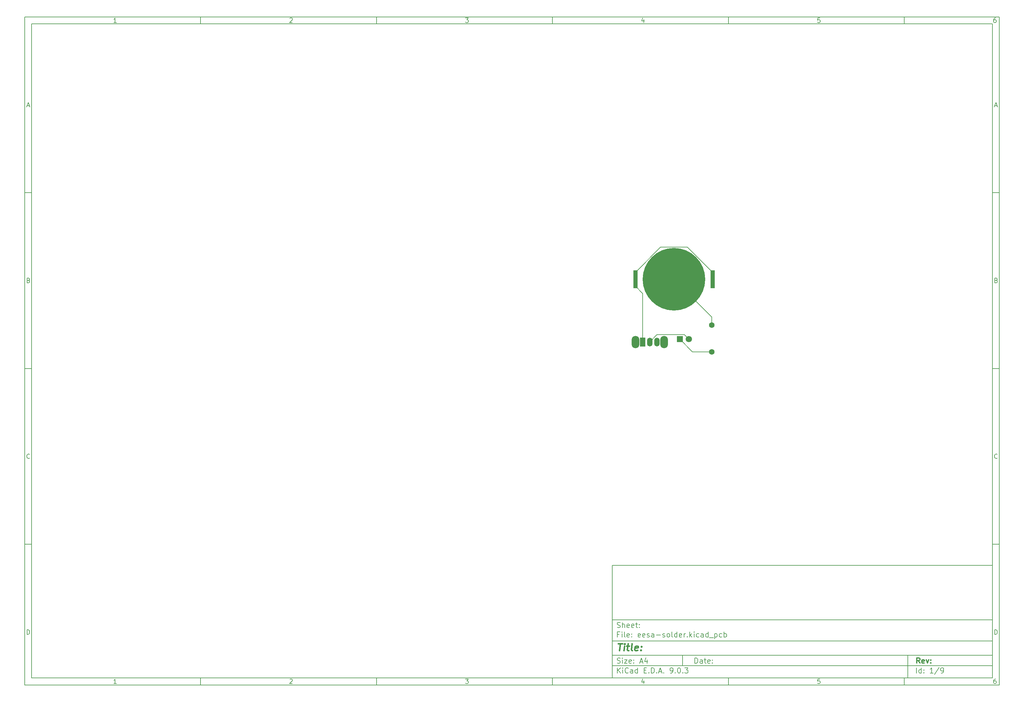
<source format=gbr>
%TF.GenerationSoftware,KiCad,Pcbnew,9.0.3*%
%TF.CreationDate,2025-07-28T16:08:29-05:00*%
%TF.ProjectId,eesa-solder,65657361-2d73-46f6-9c64-65722e6b6963,rev?*%
%TF.SameCoordinates,Original*%
%TF.FileFunction,Copper,L1,Top*%
%TF.FilePolarity,Positive*%
%FSLAX46Y46*%
G04 Gerber Fmt 4.6, Leading zero omitted, Abs format (unit mm)*
G04 Created by KiCad (PCBNEW 9.0.3) date 2025-07-28 16:08:29*
%MOMM*%
%LPD*%
G01*
G04 APERTURE LIST*
%ADD10C,0.100000*%
%ADD11C,0.150000*%
%ADD12C,0.300000*%
%ADD13C,0.400000*%
%TA.AperFunction,ComponentPad*%
%ADD14C,1.600000*%
%TD*%
%TA.AperFunction,ComponentPad*%
%ADD15R,1.800000X1.800000*%
%TD*%
%TA.AperFunction,ComponentPad*%
%ADD16C,1.800000*%
%TD*%
%TA.AperFunction,ComponentPad*%
%ADD17O,2.200000X3.500000*%
%TD*%
%TA.AperFunction,ComponentPad*%
%ADD18R,1.500000X2.500000*%
%TD*%
%TA.AperFunction,ComponentPad*%
%ADD19O,1.500000X2.500000*%
%TD*%
%TA.AperFunction,SMDPad,CuDef*%
%ADD20R,1.270000X5.080000*%
%TD*%
%TA.AperFunction,SMDPad,CuDef*%
%ADD21C,17.800000*%
%TD*%
%TA.AperFunction,Conductor*%
%ADD22C,0.200000*%
%TD*%
G04 APERTURE END LIST*
D10*
D11*
X177002200Y-166007200D02*
X285002200Y-166007200D01*
X285002200Y-198007200D01*
X177002200Y-198007200D01*
X177002200Y-166007200D01*
D10*
D11*
X10000000Y-10000000D02*
X287002200Y-10000000D01*
X287002200Y-200007200D01*
X10000000Y-200007200D01*
X10000000Y-10000000D01*
D10*
D11*
X12000000Y-12000000D02*
X285002200Y-12000000D01*
X285002200Y-198007200D01*
X12000000Y-198007200D01*
X12000000Y-12000000D01*
D10*
D11*
X60000000Y-12000000D02*
X60000000Y-10000000D01*
D10*
D11*
X110000000Y-12000000D02*
X110000000Y-10000000D01*
D10*
D11*
X160000000Y-12000000D02*
X160000000Y-10000000D01*
D10*
D11*
X210000000Y-12000000D02*
X210000000Y-10000000D01*
D10*
D11*
X260000000Y-12000000D02*
X260000000Y-10000000D01*
D10*
D11*
X36089160Y-11593604D02*
X35346303Y-11593604D01*
X35717731Y-11593604D02*
X35717731Y-10293604D01*
X35717731Y-10293604D02*
X35593922Y-10479319D01*
X35593922Y-10479319D02*
X35470112Y-10603128D01*
X35470112Y-10603128D02*
X35346303Y-10665033D01*
D10*
D11*
X85346303Y-10417414D02*
X85408207Y-10355509D01*
X85408207Y-10355509D02*
X85532017Y-10293604D01*
X85532017Y-10293604D02*
X85841541Y-10293604D01*
X85841541Y-10293604D02*
X85965350Y-10355509D01*
X85965350Y-10355509D02*
X86027255Y-10417414D01*
X86027255Y-10417414D02*
X86089160Y-10541223D01*
X86089160Y-10541223D02*
X86089160Y-10665033D01*
X86089160Y-10665033D02*
X86027255Y-10850747D01*
X86027255Y-10850747D02*
X85284398Y-11593604D01*
X85284398Y-11593604D02*
X86089160Y-11593604D01*
D10*
D11*
X135284398Y-10293604D02*
X136089160Y-10293604D01*
X136089160Y-10293604D02*
X135655826Y-10788842D01*
X135655826Y-10788842D02*
X135841541Y-10788842D01*
X135841541Y-10788842D02*
X135965350Y-10850747D01*
X135965350Y-10850747D02*
X136027255Y-10912652D01*
X136027255Y-10912652D02*
X136089160Y-11036461D01*
X136089160Y-11036461D02*
X136089160Y-11345985D01*
X136089160Y-11345985D02*
X136027255Y-11469795D01*
X136027255Y-11469795D02*
X135965350Y-11531700D01*
X135965350Y-11531700D02*
X135841541Y-11593604D01*
X135841541Y-11593604D02*
X135470112Y-11593604D01*
X135470112Y-11593604D02*
X135346303Y-11531700D01*
X135346303Y-11531700D02*
X135284398Y-11469795D01*
D10*
D11*
X185965350Y-10726938D02*
X185965350Y-11593604D01*
X185655826Y-10231700D02*
X185346303Y-11160271D01*
X185346303Y-11160271D02*
X186151064Y-11160271D01*
D10*
D11*
X236027255Y-10293604D02*
X235408207Y-10293604D01*
X235408207Y-10293604D02*
X235346303Y-10912652D01*
X235346303Y-10912652D02*
X235408207Y-10850747D01*
X235408207Y-10850747D02*
X235532017Y-10788842D01*
X235532017Y-10788842D02*
X235841541Y-10788842D01*
X235841541Y-10788842D02*
X235965350Y-10850747D01*
X235965350Y-10850747D02*
X236027255Y-10912652D01*
X236027255Y-10912652D02*
X236089160Y-11036461D01*
X236089160Y-11036461D02*
X236089160Y-11345985D01*
X236089160Y-11345985D02*
X236027255Y-11469795D01*
X236027255Y-11469795D02*
X235965350Y-11531700D01*
X235965350Y-11531700D02*
X235841541Y-11593604D01*
X235841541Y-11593604D02*
X235532017Y-11593604D01*
X235532017Y-11593604D02*
X235408207Y-11531700D01*
X235408207Y-11531700D02*
X235346303Y-11469795D01*
D10*
D11*
X285965350Y-10293604D02*
X285717731Y-10293604D01*
X285717731Y-10293604D02*
X285593922Y-10355509D01*
X285593922Y-10355509D02*
X285532017Y-10417414D01*
X285532017Y-10417414D02*
X285408207Y-10603128D01*
X285408207Y-10603128D02*
X285346303Y-10850747D01*
X285346303Y-10850747D02*
X285346303Y-11345985D01*
X285346303Y-11345985D02*
X285408207Y-11469795D01*
X285408207Y-11469795D02*
X285470112Y-11531700D01*
X285470112Y-11531700D02*
X285593922Y-11593604D01*
X285593922Y-11593604D02*
X285841541Y-11593604D01*
X285841541Y-11593604D02*
X285965350Y-11531700D01*
X285965350Y-11531700D02*
X286027255Y-11469795D01*
X286027255Y-11469795D02*
X286089160Y-11345985D01*
X286089160Y-11345985D02*
X286089160Y-11036461D01*
X286089160Y-11036461D02*
X286027255Y-10912652D01*
X286027255Y-10912652D02*
X285965350Y-10850747D01*
X285965350Y-10850747D02*
X285841541Y-10788842D01*
X285841541Y-10788842D02*
X285593922Y-10788842D01*
X285593922Y-10788842D02*
X285470112Y-10850747D01*
X285470112Y-10850747D02*
X285408207Y-10912652D01*
X285408207Y-10912652D02*
X285346303Y-11036461D01*
D10*
D11*
X60000000Y-198007200D02*
X60000000Y-200007200D01*
D10*
D11*
X110000000Y-198007200D02*
X110000000Y-200007200D01*
D10*
D11*
X160000000Y-198007200D02*
X160000000Y-200007200D01*
D10*
D11*
X210000000Y-198007200D02*
X210000000Y-200007200D01*
D10*
D11*
X260000000Y-198007200D02*
X260000000Y-200007200D01*
D10*
D11*
X36089160Y-199600804D02*
X35346303Y-199600804D01*
X35717731Y-199600804D02*
X35717731Y-198300804D01*
X35717731Y-198300804D02*
X35593922Y-198486519D01*
X35593922Y-198486519D02*
X35470112Y-198610328D01*
X35470112Y-198610328D02*
X35346303Y-198672233D01*
D10*
D11*
X85346303Y-198424614D02*
X85408207Y-198362709D01*
X85408207Y-198362709D02*
X85532017Y-198300804D01*
X85532017Y-198300804D02*
X85841541Y-198300804D01*
X85841541Y-198300804D02*
X85965350Y-198362709D01*
X85965350Y-198362709D02*
X86027255Y-198424614D01*
X86027255Y-198424614D02*
X86089160Y-198548423D01*
X86089160Y-198548423D02*
X86089160Y-198672233D01*
X86089160Y-198672233D02*
X86027255Y-198857947D01*
X86027255Y-198857947D02*
X85284398Y-199600804D01*
X85284398Y-199600804D02*
X86089160Y-199600804D01*
D10*
D11*
X135284398Y-198300804D02*
X136089160Y-198300804D01*
X136089160Y-198300804D02*
X135655826Y-198796042D01*
X135655826Y-198796042D02*
X135841541Y-198796042D01*
X135841541Y-198796042D02*
X135965350Y-198857947D01*
X135965350Y-198857947D02*
X136027255Y-198919852D01*
X136027255Y-198919852D02*
X136089160Y-199043661D01*
X136089160Y-199043661D02*
X136089160Y-199353185D01*
X136089160Y-199353185D02*
X136027255Y-199476995D01*
X136027255Y-199476995D02*
X135965350Y-199538900D01*
X135965350Y-199538900D02*
X135841541Y-199600804D01*
X135841541Y-199600804D02*
X135470112Y-199600804D01*
X135470112Y-199600804D02*
X135346303Y-199538900D01*
X135346303Y-199538900D02*
X135284398Y-199476995D01*
D10*
D11*
X185965350Y-198734138D02*
X185965350Y-199600804D01*
X185655826Y-198238900D02*
X185346303Y-199167471D01*
X185346303Y-199167471D02*
X186151064Y-199167471D01*
D10*
D11*
X236027255Y-198300804D02*
X235408207Y-198300804D01*
X235408207Y-198300804D02*
X235346303Y-198919852D01*
X235346303Y-198919852D02*
X235408207Y-198857947D01*
X235408207Y-198857947D02*
X235532017Y-198796042D01*
X235532017Y-198796042D02*
X235841541Y-198796042D01*
X235841541Y-198796042D02*
X235965350Y-198857947D01*
X235965350Y-198857947D02*
X236027255Y-198919852D01*
X236027255Y-198919852D02*
X236089160Y-199043661D01*
X236089160Y-199043661D02*
X236089160Y-199353185D01*
X236089160Y-199353185D02*
X236027255Y-199476995D01*
X236027255Y-199476995D02*
X235965350Y-199538900D01*
X235965350Y-199538900D02*
X235841541Y-199600804D01*
X235841541Y-199600804D02*
X235532017Y-199600804D01*
X235532017Y-199600804D02*
X235408207Y-199538900D01*
X235408207Y-199538900D02*
X235346303Y-199476995D01*
D10*
D11*
X285965350Y-198300804D02*
X285717731Y-198300804D01*
X285717731Y-198300804D02*
X285593922Y-198362709D01*
X285593922Y-198362709D02*
X285532017Y-198424614D01*
X285532017Y-198424614D02*
X285408207Y-198610328D01*
X285408207Y-198610328D02*
X285346303Y-198857947D01*
X285346303Y-198857947D02*
X285346303Y-199353185D01*
X285346303Y-199353185D02*
X285408207Y-199476995D01*
X285408207Y-199476995D02*
X285470112Y-199538900D01*
X285470112Y-199538900D02*
X285593922Y-199600804D01*
X285593922Y-199600804D02*
X285841541Y-199600804D01*
X285841541Y-199600804D02*
X285965350Y-199538900D01*
X285965350Y-199538900D02*
X286027255Y-199476995D01*
X286027255Y-199476995D02*
X286089160Y-199353185D01*
X286089160Y-199353185D02*
X286089160Y-199043661D01*
X286089160Y-199043661D02*
X286027255Y-198919852D01*
X286027255Y-198919852D02*
X285965350Y-198857947D01*
X285965350Y-198857947D02*
X285841541Y-198796042D01*
X285841541Y-198796042D02*
X285593922Y-198796042D01*
X285593922Y-198796042D02*
X285470112Y-198857947D01*
X285470112Y-198857947D02*
X285408207Y-198919852D01*
X285408207Y-198919852D02*
X285346303Y-199043661D01*
D10*
D11*
X10000000Y-60000000D02*
X12000000Y-60000000D01*
D10*
D11*
X10000000Y-110000000D02*
X12000000Y-110000000D01*
D10*
D11*
X10000000Y-160000000D02*
X12000000Y-160000000D01*
D10*
D11*
X10690476Y-35222176D02*
X11309523Y-35222176D01*
X10566666Y-35593604D02*
X10999999Y-34293604D01*
X10999999Y-34293604D02*
X11433333Y-35593604D01*
D10*
D11*
X11092857Y-84912652D02*
X11278571Y-84974557D01*
X11278571Y-84974557D02*
X11340476Y-85036461D01*
X11340476Y-85036461D02*
X11402380Y-85160271D01*
X11402380Y-85160271D02*
X11402380Y-85345985D01*
X11402380Y-85345985D02*
X11340476Y-85469795D01*
X11340476Y-85469795D02*
X11278571Y-85531700D01*
X11278571Y-85531700D02*
X11154761Y-85593604D01*
X11154761Y-85593604D02*
X10659523Y-85593604D01*
X10659523Y-85593604D02*
X10659523Y-84293604D01*
X10659523Y-84293604D02*
X11092857Y-84293604D01*
X11092857Y-84293604D02*
X11216666Y-84355509D01*
X11216666Y-84355509D02*
X11278571Y-84417414D01*
X11278571Y-84417414D02*
X11340476Y-84541223D01*
X11340476Y-84541223D02*
X11340476Y-84665033D01*
X11340476Y-84665033D02*
X11278571Y-84788842D01*
X11278571Y-84788842D02*
X11216666Y-84850747D01*
X11216666Y-84850747D02*
X11092857Y-84912652D01*
X11092857Y-84912652D02*
X10659523Y-84912652D01*
D10*
D11*
X11402380Y-135469795D02*
X11340476Y-135531700D01*
X11340476Y-135531700D02*
X11154761Y-135593604D01*
X11154761Y-135593604D02*
X11030952Y-135593604D01*
X11030952Y-135593604D02*
X10845238Y-135531700D01*
X10845238Y-135531700D02*
X10721428Y-135407890D01*
X10721428Y-135407890D02*
X10659523Y-135284080D01*
X10659523Y-135284080D02*
X10597619Y-135036461D01*
X10597619Y-135036461D02*
X10597619Y-134850747D01*
X10597619Y-134850747D02*
X10659523Y-134603128D01*
X10659523Y-134603128D02*
X10721428Y-134479319D01*
X10721428Y-134479319D02*
X10845238Y-134355509D01*
X10845238Y-134355509D02*
X11030952Y-134293604D01*
X11030952Y-134293604D02*
X11154761Y-134293604D01*
X11154761Y-134293604D02*
X11340476Y-134355509D01*
X11340476Y-134355509D02*
X11402380Y-134417414D01*
D10*
D11*
X10659523Y-185593604D02*
X10659523Y-184293604D01*
X10659523Y-184293604D02*
X10969047Y-184293604D01*
X10969047Y-184293604D02*
X11154761Y-184355509D01*
X11154761Y-184355509D02*
X11278571Y-184479319D01*
X11278571Y-184479319D02*
X11340476Y-184603128D01*
X11340476Y-184603128D02*
X11402380Y-184850747D01*
X11402380Y-184850747D02*
X11402380Y-185036461D01*
X11402380Y-185036461D02*
X11340476Y-185284080D01*
X11340476Y-185284080D02*
X11278571Y-185407890D01*
X11278571Y-185407890D02*
X11154761Y-185531700D01*
X11154761Y-185531700D02*
X10969047Y-185593604D01*
X10969047Y-185593604D02*
X10659523Y-185593604D01*
D10*
D11*
X287002200Y-60000000D02*
X285002200Y-60000000D01*
D10*
D11*
X287002200Y-110000000D02*
X285002200Y-110000000D01*
D10*
D11*
X287002200Y-160000000D02*
X285002200Y-160000000D01*
D10*
D11*
X285692676Y-35222176D02*
X286311723Y-35222176D01*
X285568866Y-35593604D02*
X286002199Y-34293604D01*
X286002199Y-34293604D02*
X286435533Y-35593604D01*
D10*
D11*
X286095057Y-84912652D02*
X286280771Y-84974557D01*
X286280771Y-84974557D02*
X286342676Y-85036461D01*
X286342676Y-85036461D02*
X286404580Y-85160271D01*
X286404580Y-85160271D02*
X286404580Y-85345985D01*
X286404580Y-85345985D02*
X286342676Y-85469795D01*
X286342676Y-85469795D02*
X286280771Y-85531700D01*
X286280771Y-85531700D02*
X286156961Y-85593604D01*
X286156961Y-85593604D02*
X285661723Y-85593604D01*
X285661723Y-85593604D02*
X285661723Y-84293604D01*
X285661723Y-84293604D02*
X286095057Y-84293604D01*
X286095057Y-84293604D02*
X286218866Y-84355509D01*
X286218866Y-84355509D02*
X286280771Y-84417414D01*
X286280771Y-84417414D02*
X286342676Y-84541223D01*
X286342676Y-84541223D02*
X286342676Y-84665033D01*
X286342676Y-84665033D02*
X286280771Y-84788842D01*
X286280771Y-84788842D02*
X286218866Y-84850747D01*
X286218866Y-84850747D02*
X286095057Y-84912652D01*
X286095057Y-84912652D02*
X285661723Y-84912652D01*
D10*
D11*
X286404580Y-135469795D02*
X286342676Y-135531700D01*
X286342676Y-135531700D02*
X286156961Y-135593604D01*
X286156961Y-135593604D02*
X286033152Y-135593604D01*
X286033152Y-135593604D02*
X285847438Y-135531700D01*
X285847438Y-135531700D02*
X285723628Y-135407890D01*
X285723628Y-135407890D02*
X285661723Y-135284080D01*
X285661723Y-135284080D02*
X285599819Y-135036461D01*
X285599819Y-135036461D02*
X285599819Y-134850747D01*
X285599819Y-134850747D02*
X285661723Y-134603128D01*
X285661723Y-134603128D02*
X285723628Y-134479319D01*
X285723628Y-134479319D02*
X285847438Y-134355509D01*
X285847438Y-134355509D02*
X286033152Y-134293604D01*
X286033152Y-134293604D02*
X286156961Y-134293604D01*
X286156961Y-134293604D02*
X286342676Y-134355509D01*
X286342676Y-134355509D02*
X286404580Y-134417414D01*
D10*
D11*
X285661723Y-185593604D02*
X285661723Y-184293604D01*
X285661723Y-184293604D02*
X285971247Y-184293604D01*
X285971247Y-184293604D02*
X286156961Y-184355509D01*
X286156961Y-184355509D02*
X286280771Y-184479319D01*
X286280771Y-184479319D02*
X286342676Y-184603128D01*
X286342676Y-184603128D02*
X286404580Y-184850747D01*
X286404580Y-184850747D02*
X286404580Y-185036461D01*
X286404580Y-185036461D02*
X286342676Y-185284080D01*
X286342676Y-185284080D02*
X286280771Y-185407890D01*
X286280771Y-185407890D02*
X286156961Y-185531700D01*
X286156961Y-185531700D02*
X285971247Y-185593604D01*
X285971247Y-185593604D02*
X285661723Y-185593604D01*
D10*
D11*
X200458026Y-193793328D02*
X200458026Y-192293328D01*
X200458026Y-192293328D02*
X200815169Y-192293328D01*
X200815169Y-192293328D02*
X201029455Y-192364757D01*
X201029455Y-192364757D02*
X201172312Y-192507614D01*
X201172312Y-192507614D02*
X201243741Y-192650471D01*
X201243741Y-192650471D02*
X201315169Y-192936185D01*
X201315169Y-192936185D02*
X201315169Y-193150471D01*
X201315169Y-193150471D02*
X201243741Y-193436185D01*
X201243741Y-193436185D02*
X201172312Y-193579042D01*
X201172312Y-193579042D02*
X201029455Y-193721900D01*
X201029455Y-193721900D02*
X200815169Y-193793328D01*
X200815169Y-193793328D02*
X200458026Y-193793328D01*
X202600884Y-193793328D02*
X202600884Y-193007614D01*
X202600884Y-193007614D02*
X202529455Y-192864757D01*
X202529455Y-192864757D02*
X202386598Y-192793328D01*
X202386598Y-192793328D02*
X202100884Y-192793328D01*
X202100884Y-192793328D02*
X201958026Y-192864757D01*
X202600884Y-193721900D02*
X202458026Y-193793328D01*
X202458026Y-193793328D02*
X202100884Y-193793328D01*
X202100884Y-193793328D02*
X201958026Y-193721900D01*
X201958026Y-193721900D02*
X201886598Y-193579042D01*
X201886598Y-193579042D02*
X201886598Y-193436185D01*
X201886598Y-193436185D02*
X201958026Y-193293328D01*
X201958026Y-193293328D02*
X202100884Y-193221900D01*
X202100884Y-193221900D02*
X202458026Y-193221900D01*
X202458026Y-193221900D02*
X202600884Y-193150471D01*
X203100884Y-192793328D02*
X203672312Y-192793328D01*
X203315169Y-192293328D02*
X203315169Y-193579042D01*
X203315169Y-193579042D02*
X203386598Y-193721900D01*
X203386598Y-193721900D02*
X203529455Y-193793328D01*
X203529455Y-193793328D02*
X203672312Y-193793328D01*
X204743741Y-193721900D02*
X204600884Y-193793328D01*
X204600884Y-193793328D02*
X204315170Y-193793328D01*
X204315170Y-193793328D02*
X204172312Y-193721900D01*
X204172312Y-193721900D02*
X204100884Y-193579042D01*
X204100884Y-193579042D02*
X204100884Y-193007614D01*
X204100884Y-193007614D02*
X204172312Y-192864757D01*
X204172312Y-192864757D02*
X204315170Y-192793328D01*
X204315170Y-192793328D02*
X204600884Y-192793328D01*
X204600884Y-192793328D02*
X204743741Y-192864757D01*
X204743741Y-192864757D02*
X204815170Y-193007614D01*
X204815170Y-193007614D02*
X204815170Y-193150471D01*
X204815170Y-193150471D02*
X204100884Y-193293328D01*
X205458026Y-193650471D02*
X205529455Y-193721900D01*
X205529455Y-193721900D02*
X205458026Y-193793328D01*
X205458026Y-193793328D02*
X205386598Y-193721900D01*
X205386598Y-193721900D02*
X205458026Y-193650471D01*
X205458026Y-193650471D02*
X205458026Y-193793328D01*
X205458026Y-192864757D02*
X205529455Y-192936185D01*
X205529455Y-192936185D02*
X205458026Y-193007614D01*
X205458026Y-193007614D02*
X205386598Y-192936185D01*
X205386598Y-192936185D02*
X205458026Y-192864757D01*
X205458026Y-192864757D02*
X205458026Y-193007614D01*
D10*
D11*
X177002200Y-194507200D02*
X285002200Y-194507200D01*
D10*
D11*
X178458026Y-196593328D02*
X178458026Y-195093328D01*
X179315169Y-196593328D02*
X178672312Y-195736185D01*
X179315169Y-195093328D02*
X178458026Y-195950471D01*
X179958026Y-196593328D02*
X179958026Y-195593328D01*
X179958026Y-195093328D02*
X179886598Y-195164757D01*
X179886598Y-195164757D02*
X179958026Y-195236185D01*
X179958026Y-195236185D02*
X180029455Y-195164757D01*
X180029455Y-195164757D02*
X179958026Y-195093328D01*
X179958026Y-195093328D02*
X179958026Y-195236185D01*
X181529455Y-196450471D02*
X181458027Y-196521900D01*
X181458027Y-196521900D02*
X181243741Y-196593328D01*
X181243741Y-196593328D02*
X181100884Y-196593328D01*
X181100884Y-196593328D02*
X180886598Y-196521900D01*
X180886598Y-196521900D02*
X180743741Y-196379042D01*
X180743741Y-196379042D02*
X180672312Y-196236185D01*
X180672312Y-196236185D02*
X180600884Y-195950471D01*
X180600884Y-195950471D02*
X180600884Y-195736185D01*
X180600884Y-195736185D02*
X180672312Y-195450471D01*
X180672312Y-195450471D02*
X180743741Y-195307614D01*
X180743741Y-195307614D02*
X180886598Y-195164757D01*
X180886598Y-195164757D02*
X181100884Y-195093328D01*
X181100884Y-195093328D02*
X181243741Y-195093328D01*
X181243741Y-195093328D02*
X181458027Y-195164757D01*
X181458027Y-195164757D02*
X181529455Y-195236185D01*
X182815170Y-196593328D02*
X182815170Y-195807614D01*
X182815170Y-195807614D02*
X182743741Y-195664757D01*
X182743741Y-195664757D02*
X182600884Y-195593328D01*
X182600884Y-195593328D02*
X182315170Y-195593328D01*
X182315170Y-195593328D02*
X182172312Y-195664757D01*
X182815170Y-196521900D02*
X182672312Y-196593328D01*
X182672312Y-196593328D02*
X182315170Y-196593328D01*
X182315170Y-196593328D02*
X182172312Y-196521900D01*
X182172312Y-196521900D02*
X182100884Y-196379042D01*
X182100884Y-196379042D02*
X182100884Y-196236185D01*
X182100884Y-196236185D02*
X182172312Y-196093328D01*
X182172312Y-196093328D02*
X182315170Y-196021900D01*
X182315170Y-196021900D02*
X182672312Y-196021900D01*
X182672312Y-196021900D02*
X182815170Y-195950471D01*
X184172313Y-196593328D02*
X184172313Y-195093328D01*
X184172313Y-196521900D02*
X184029455Y-196593328D01*
X184029455Y-196593328D02*
X183743741Y-196593328D01*
X183743741Y-196593328D02*
X183600884Y-196521900D01*
X183600884Y-196521900D02*
X183529455Y-196450471D01*
X183529455Y-196450471D02*
X183458027Y-196307614D01*
X183458027Y-196307614D02*
X183458027Y-195879042D01*
X183458027Y-195879042D02*
X183529455Y-195736185D01*
X183529455Y-195736185D02*
X183600884Y-195664757D01*
X183600884Y-195664757D02*
X183743741Y-195593328D01*
X183743741Y-195593328D02*
X184029455Y-195593328D01*
X184029455Y-195593328D02*
X184172313Y-195664757D01*
X186029455Y-195807614D02*
X186529455Y-195807614D01*
X186743741Y-196593328D02*
X186029455Y-196593328D01*
X186029455Y-196593328D02*
X186029455Y-195093328D01*
X186029455Y-195093328D02*
X186743741Y-195093328D01*
X187386598Y-196450471D02*
X187458027Y-196521900D01*
X187458027Y-196521900D02*
X187386598Y-196593328D01*
X187386598Y-196593328D02*
X187315170Y-196521900D01*
X187315170Y-196521900D02*
X187386598Y-196450471D01*
X187386598Y-196450471D02*
X187386598Y-196593328D01*
X188100884Y-196593328D02*
X188100884Y-195093328D01*
X188100884Y-195093328D02*
X188458027Y-195093328D01*
X188458027Y-195093328D02*
X188672313Y-195164757D01*
X188672313Y-195164757D02*
X188815170Y-195307614D01*
X188815170Y-195307614D02*
X188886599Y-195450471D01*
X188886599Y-195450471D02*
X188958027Y-195736185D01*
X188958027Y-195736185D02*
X188958027Y-195950471D01*
X188958027Y-195950471D02*
X188886599Y-196236185D01*
X188886599Y-196236185D02*
X188815170Y-196379042D01*
X188815170Y-196379042D02*
X188672313Y-196521900D01*
X188672313Y-196521900D02*
X188458027Y-196593328D01*
X188458027Y-196593328D02*
X188100884Y-196593328D01*
X189600884Y-196450471D02*
X189672313Y-196521900D01*
X189672313Y-196521900D02*
X189600884Y-196593328D01*
X189600884Y-196593328D02*
X189529456Y-196521900D01*
X189529456Y-196521900D02*
X189600884Y-196450471D01*
X189600884Y-196450471D02*
X189600884Y-196593328D01*
X190243742Y-196164757D02*
X190958028Y-196164757D01*
X190100885Y-196593328D02*
X190600885Y-195093328D01*
X190600885Y-195093328D02*
X191100885Y-196593328D01*
X191600884Y-196450471D02*
X191672313Y-196521900D01*
X191672313Y-196521900D02*
X191600884Y-196593328D01*
X191600884Y-196593328D02*
X191529456Y-196521900D01*
X191529456Y-196521900D02*
X191600884Y-196450471D01*
X191600884Y-196450471D02*
X191600884Y-196593328D01*
X193529456Y-196593328D02*
X193815170Y-196593328D01*
X193815170Y-196593328D02*
X193958027Y-196521900D01*
X193958027Y-196521900D02*
X194029456Y-196450471D01*
X194029456Y-196450471D02*
X194172313Y-196236185D01*
X194172313Y-196236185D02*
X194243742Y-195950471D01*
X194243742Y-195950471D02*
X194243742Y-195379042D01*
X194243742Y-195379042D02*
X194172313Y-195236185D01*
X194172313Y-195236185D02*
X194100885Y-195164757D01*
X194100885Y-195164757D02*
X193958027Y-195093328D01*
X193958027Y-195093328D02*
X193672313Y-195093328D01*
X193672313Y-195093328D02*
X193529456Y-195164757D01*
X193529456Y-195164757D02*
X193458027Y-195236185D01*
X193458027Y-195236185D02*
X193386599Y-195379042D01*
X193386599Y-195379042D02*
X193386599Y-195736185D01*
X193386599Y-195736185D02*
X193458027Y-195879042D01*
X193458027Y-195879042D02*
X193529456Y-195950471D01*
X193529456Y-195950471D02*
X193672313Y-196021900D01*
X193672313Y-196021900D02*
X193958027Y-196021900D01*
X193958027Y-196021900D02*
X194100885Y-195950471D01*
X194100885Y-195950471D02*
X194172313Y-195879042D01*
X194172313Y-195879042D02*
X194243742Y-195736185D01*
X194886598Y-196450471D02*
X194958027Y-196521900D01*
X194958027Y-196521900D02*
X194886598Y-196593328D01*
X194886598Y-196593328D02*
X194815170Y-196521900D01*
X194815170Y-196521900D02*
X194886598Y-196450471D01*
X194886598Y-196450471D02*
X194886598Y-196593328D01*
X195886599Y-195093328D02*
X196029456Y-195093328D01*
X196029456Y-195093328D02*
X196172313Y-195164757D01*
X196172313Y-195164757D02*
X196243742Y-195236185D01*
X196243742Y-195236185D02*
X196315170Y-195379042D01*
X196315170Y-195379042D02*
X196386599Y-195664757D01*
X196386599Y-195664757D02*
X196386599Y-196021900D01*
X196386599Y-196021900D02*
X196315170Y-196307614D01*
X196315170Y-196307614D02*
X196243742Y-196450471D01*
X196243742Y-196450471D02*
X196172313Y-196521900D01*
X196172313Y-196521900D02*
X196029456Y-196593328D01*
X196029456Y-196593328D02*
X195886599Y-196593328D01*
X195886599Y-196593328D02*
X195743742Y-196521900D01*
X195743742Y-196521900D02*
X195672313Y-196450471D01*
X195672313Y-196450471D02*
X195600884Y-196307614D01*
X195600884Y-196307614D02*
X195529456Y-196021900D01*
X195529456Y-196021900D02*
X195529456Y-195664757D01*
X195529456Y-195664757D02*
X195600884Y-195379042D01*
X195600884Y-195379042D02*
X195672313Y-195236185D01*
X195672313Y-195236185D02*
X195743742Y-195164757D01*
X195743742Y-195164757D02*
X195886599Y-195093328D01*
X197029455Y-196450471D02*
X197100884Y-196521900D01*
X197100884Y-196521900D02*
X197029455Y-196593328D01*
X197029455Y-196593328D02*
X196958027Y-196521900D01*
X196958027Y-196521900D02*
X197029455Y-196450471D01*
X197029455Y-196450471D02*
X197029455Y-196593328D01*
X197600884Y-195093328D02*
X198529456Y-195093328D01*
X198529456Y-195093328D02*
X198029456Y-195664757D01*
X198029456Y-195664757D02*
X198243741Y-195664757D01*
X198243741Y-195664757D02*
X198386599Y-195736185D01*
X198386599Y-195736185D02*
X198458027Y-195807614D01*
X198458027Y-195807614D02*
X198529456Y-195950471D01*
X198529456Y-195950471D02*
X198529456Y-196307614D01*
X198529456Y-196307614D02*
X198458027Y-196450471D01*
X198458027Y-196450471D02*
X198386599Y-196521900D01*
X198386599Y-196521900D02*
X198243741Y-196593328D01*
X198243741Y-196593328D02*
X197815170Y-196593328D01*
X197815170Y-196593328D02*
X197672313Y-196521900D01*
X197672313Y-196521900D02*
X197600884Y-196450471D01*
D10*
D11*
X177002200Y-191507200D02*
X285002200Y-191507200D01*
D10*
D12*
X264413853Y-193785528D02*
X263913853Y-193071242D01*
X263556710Y-193785528D02*
X263556710Y-192285528D01*
X263556710Y-192285528D02*
X264128139Y-192285528D01*
X264128139Y-192285528D02*
X264270996Y-192356957D01*
X264270996Y-192356957D02*
X264342425Y-192428385D01*
X264342425Y-192428385D02*
X264413853Y-192571242D01*
X264413853Y-192571242D02*
X264413853Y-192785528D01*
X264413853Y-192785528D02*
X264342425Y-192928385D01*
X264342425Y-192928385D02*
X264270996Y-192999814D01*
X264270996Y-192999814D02*
X264128139Y-193071242D01*
X264128139Y-193071242D02*
X263556710Y-193071242D01*
X265628139Y-193714100D02*
X265485282Y-193785528D01*
X265485282Y-193785528D02*
X265199568Y-193785528D01*
X265199568Y-193785528D02*
X265056710Y-193714100D01*
X265056710Y-193714100D02*
X264985282Y-193571242D01*
X264985282Y-193571242D02*
X264985282Y-192999814D01*
X264985282Y-192999814D02*
X265056710Y-192856957D01*
X265056710Y-192856957D02*
X265199568Y-192785528D01*
X265199568Y-192785528D02*
X265485282Y-192785528D01*
X265485282Y-192785528D02*
X265628139Y-192856957D01*
X265628139Y-192856957D02*
X265699568Y-192999814D01*
X265699568Y-192999814D02*
X265699568Y-193142671D01*
X265699568Y-193142671D02*
X264985282Y-193285528D01*
X266199567Y-192785528D02*
X266556710Y-193785528D01*
X266556710Y-193785528D02*
X266913853Y-192785528D01*
X267485281Y-193642671D02*
X267556710Y-193714100D01*
X267556710Y-193714100D02*
X267485281Y-193785528D01*
X267485281Y-193785528D02*
X267413853Y-193714100D01*
X267413853Y-193714100D02*
X267485281Y-193642671D01*
X267485281Y-193642671D02*
X267485281Y-193785528D01*
X267485281Y-192856957D02*
X267556710Y-192928385D01*
X267556710Y-192928385D02*
X267485281Y-192999814D01*
X267485281Y-192999814D02*
X267413853Y-192928385D01*
X267413853Y-192928385D02*
X267485281Y-192856957D01*
X267485281Y-192856957D02*
X267485281Y-192999814D01*
D10*
D11*
X178386598Y-193721900D02*
X178600884Y-193793328D01*
X178600884Y-193793328D02*
X178958026Y-193793328D01*
X178958026Y-193793328D02*
X179100884Y-193721900D01*
X179100884Y-193721900D02*
X179172312Y-193650471D01*
X179172312Y-193650471D02*
X179243741Y-193507614D01*
X179243741Y-193507614D02*
X179243741Y-193364757D01*
X179243741Y-193364757D02*
X179172312Y-193221900D01*
X179172312Y-193221900D02*
X179100884Y-193150471D01*
X179100884Y-193150471D02*
X178958026Y-193079042D01*
X178958026Y-193079042D02*
X178672312Y-193007614D01*
X178672312Y-193007614D02*
X178529455Y-192936185D01*
X178529455Y-192936185D02*
X178458026Y-192864757D01*
X178458026Y-192864757D02*
X178386598Y-192721900D01*
X178386598Y-192721900D02*
X178386598Y-192579042D01*
X178386598Y-192579042D02*
X178458026Y-192436185D01*
X178458026Y-192436185D02*
X178529455Y-192364757D01*
X178529455Y-192364757D02*
X178672312Y-192293328D01*
X178672312Y-192293328D02*
X179029455Y-192293328D01*
X179029455Y-192293328D02*
X179243741Y-192364757D01*
X179886597Y-193793328D02*
X179886597Y-192793328D01*
X179886597Y-192293328D02*
X179815169Y-192364757D01*
X179815169Y-192364757D02*
X179886597Y-192436185D01*
X179886597Y-192436185D02*
X179958026Y-192364757D01*
X179958026Y-192364757D02*
X179886597Y-192293328D01*
X179886597Y-192293328D02*
X179886597Y-192436185D01*
X180458026Y-192793328D02*
X181243741Y-192793328D01*
X181243741Y-192793328D02*
X180458026Y-193793328D01*
X180458026Y-193793328D02*
X181243741Y-193793328D01*
X182386598Y-193721900D02*
X182243741Y-193793328D01*
X182243741Y-193793328D02*
X181958027Y-193793328D01*
X181958027Y-193793328D02*
X181815169Y-193721900D01*
X181815169Y-193721900D02*
X181743741Y-193579042D01*
X181743741Y-193579042D02*
X181743741Y-193007614D01*
X181743741Y-193007614D02*
X181815169Y-192864757D01*
X181815169Y-192864757D02*
X181958027Y-192793328D01*
X181958027Y-192793328D02*
X182243741Y-192793328D01*
X182243741Y-192793328D02*
X182386598Y-192864757D01*
X182386598Y-192864757D02*
X182458027Y-193007614D01*
X182458027Y-193007614D02*
X182458027Y-193150471D01*
X182458027Y-193150471D02*
X181743741Y-193293328D01*
X183100883Y-193650471D02*
X183172312Y-193721900D01*
X183172312Y-193721900D02*
X183100883Y-193793328D01*
X183100883Y-193793328D02*
X183029455Y-193721900D01*
X183029455Y-193721900D02*
X183100883Y-193650471D01*
X183100883Y-193650471D02*
X183100883Y-193793328D01*
X183100883Y-192864757D02*
X183172312Y-192936185D01*
X183172312Y-192936185D02*
X183100883Y-193007614D01*
X183100883Y-193007614D02*
X183029455Y-192936185D01*
X183029455Y-192936185D02*
X183100883Y-192864757D01*
X183100883Y-192864757D02*
X183100883Y-193007614D01*
X184886598Y-193364757D02*
X185600884Y-193364757D01*
X184743741Y-193793328D02*
X185243741Y-192293328D01*
X185243741Y-192293328D02*
X185743741Y-193793328D01*
X186886598Y-192793328D02*
X186886598Y-193793328D01*
X186529455Y-192221900D02*
X186172312Y-193293328D01*
X186172312Y-193293328D02*
X187100883Y-193293328D01*
D10*
D11*
X263458026Y-196593328D02*
X263458026Y-195093328D01*
X264815170Y-196593328D02*
X264815170Y-195093328D01*
X264815170Y-196521900D02*
X264672312Y-196593328D01*
X264672312Y-196593328D02*
X264386598Y-196593328D01*
X264386598Y-196593328D02*
X264243741Y-196521900D01*
X264243741Y-196521900D02*
X264172312Y-196450471D01*
X264172312Y-196450471D02*
X264100884Y-196307614D01*
X264100884Y-196307614D02*
X264100884Y-195879042D01*
X264100884Y-195879042D02*
X264172312Y-195736185D01*
X264172312Y-195736185D02*
X264243741Y-195664757D01*
X264243741Y-195664757D02*
X264386598Y-195593328D01*
X264386598Y-195593328D02*
X264672312Y-195593328D01*
X264672312Y-195593328D02*
X264815170Y-195664757D01*
X265529455Y-196450471D02*
X265600884Y-196521900D01*
X265600884Y-196521900D02*
X265529455Y-196593328D01*
X265529455Y-196593328D02*
X265458027Y-196521900D01*
X265458027Y-196521900D02*
X265529455Y-196450471D01*
X265529455Y-196450471D02*
X265529455Y-196593328D01*
X265529455Y-195664757D02*
X265600884Y-195736185D01*
X265600884Y-195736185D02*
X265529455Y-195807614D01*
X265529455Y-195807614D02*
X265458027Y-195736185D01*
X265458027Y-195736185D02*
X265529455Y-195664757D01*
X265529455Y-195664757D02*
X265529455Y-195807614D01*
X268172313Y-196593328D02*
X267315170Y-196593328D01*
X267743741Y-196593328D02*
X267743741Y-195093328D01*
X267743741Y-195093328D02*
X267600884Y-195307614D01*
X267600884Y-195307614D02*
X267458027Y-195450471D01*
X267458027Y-195450471D02*
X267315170Y-195521900D01*
X269886598Y-195021900D02*
X268600884Y-196950471D01*
X270458027Y-196593328D02*
X270743741Y-196593328D01*
X270743741Y-196593328D02*
X270886598Y-196521900D01*
X270886598Y-196521900D02*
X270958027Y-196450471D01*
X270958027Y-196450471D02*
X271100884Y-196236185D01*
X271100884Y-196236185D02*
X271172313Y-195950471D01*
X271172313Y-195950471D02*
X271172313Y-195379042D01*
X271172313Y-195379042D02*
X271100884Y-195236185D01*
X271100884Y-195236185D02*
X271029456Y-195164757D01*
X271029456Y-195164757D02*
X270886598Y-195093328D01*
X270886598Y-195093328D02*
X270600884Y-195093328D01*
X270600884Y-195093328D02*
X270458027Y-195164757D01*
X270458027Y-195164757D02*
X270386598Y-195236185D01*
X270386598Y-195236185D02*
X270315170Y-195379042D01*
X270315170Y-195379042D02*
X270315170Y-195736185D01*
X270315170Y-195736185D02*
X270386598Y-195879042D01*
X270386598Y-195879042D02*
X270458027Y-195950471D01*
X270458027Y-195950471D02*
X270600884Y-196021900D01*
X270600884Y-196021900D02*
X270886598Y-196021900D01*
X270886598Y-196021900D02*
X271029456Y-195950471D01*
X271029456Y-195950471D02*
X271100884Y-195879042D01*
X271100884Y-195879042D02*
X271172313Y-195736185D01*
D10*
D11*
X177002200Y-187507200D02*
X285002200Y-187507200D01*
D10*
D13*
X178693928Y-188211638D02*
X179836785Y-188211638D01*
X179015357Y-190211638D02*
X179265357Y-188211638D01*
X180253452Y-190211638D02*
X180420119Y-188878304D01*
X180503452Y-188211638D02*
X180396309Y-188306876D01*
X180396309Y-188306876D02*
X180479643Y-188402114D01*
X180479643Y-188402114D02*
X180586786Y-188306876D01*
X180586786Y-188306876D02*
X180503452Y-188211638D01*
X180503452Y-188211638D02*
X180479643Y-188402114D01*
X181086786Y-188878304D02*
X181848690Y-188878304D01*
X181455833Y-188211638D02*
X181241548Y-189925923D01*
X181241548Y-189925923D02*
X181312976Y-190116400D01*
X181312976Y-190116400D02*
X181491548Y-190211638D01*
X181491548Y-190211638D02*
X181682024Y-190211638D01*
X182634405Y-190211638D02*
X182455833Y-190116400D01*
X182455833Y-190116400D02*
X182384405Y-189925923D01*
X182384405Y-189925923D02*
X182598690Y-188211638D01*
X184170119Y-190116400D02*
X183967738Y-190211638D01*
X183967738Y-190211638D02*
X183586785Y-190211638D01*
X183586785Y-190211638D02*
X183408214Y-190116400D01*
X183408214Y-190116400D02*
X183336785Y-189925923D01*
X183336785Y-189925923D02*
X183432024Y-189164019D01*
X183432024Y-189164019D02*
X183551071Y-188973542D01*
X183551071Y-188973542D02*
X183753452Y-188878304D01*
X183753452Y-188878304D02*
X184134404Y-188878304D01*
X184134404Y-188878304D02*
X184312976Y-188973542D01*
X184312976Y-188973542D02*
X184384404Y-189164019D01*
X184384404Y-189164019D02*
X184360595Y-189354495D01*
X184360595Y-189354495D02*
X183384404Y-189544971D01*
X185134405Y-190021161D02*
X185217738Y-190116400D01*
X185217738Y-190116400D02*
X185110595Y-190211638D01*
X185110595Y-190211638D02*
X185027262Y-190116400D01*
X185027262Y-190116400D02*
X185134405Y-190021161D01*
X185134405Y-190021161D02*
X185110595Y-190211638D01*
X185265357Y-188973542D02*
X185348690Y-189068780D01*
X185348690Y-189068780D02*
X185241548Y-189164019D01*
X185241548Y-189164019D02*
X185158214Y-189068780D01*
X185158214Y-189068780D02*
X185265357Y-188973542D01*
X185265357Y-188973542D02*
X185241548Y-189164019D01*
D10*
D11*
X178958026Y-185607614D02*
X178458026Y-185607614D01*
X178458026Y-186393328D02*
X178458026Y-184893328D01*
X178458026Y-184893328D02*
X179172312Y-184893328D01*
X179743740Y-186393328D02*
X179743740Y-185393328D01*
X179743740Y-184893328D02*
X179672312Y-184964757D01*
X179672312Y-184964757D02*
X179743740Y-185036185D01*
X179743740Y-185036185D02*
X179815169Y-184964757D01*
X179815169Y-184964757D02*
X179743740Y-184893328D01*
X179743740Y-184893328D02*
X179743740Y-185036185D01*
X180672312Y-186393328D02*
X180529455Y-186321900D01*
X180529455Y-186321900D02*
X180458026Y-186179042D01*
X180458026Y-186179042D02*
X180458026Y-184893328D01*
X181815169Y-186321900D02*
X181672312Y-186393328D01*
X181672312Y-186393328D02*
X181386598Y-186393328D01*
X181386598Y-186393328D02*
X181243740Y-186321900D01*
X181243740Y-186321900D02*
X181172312Y-186179042D01*
X181172312Y-186179042D02*
X181172312Y-185607614D01*
X181172312Y-185607614D02*
X181243740Y-185464757D01*
X181243740Y-185464757D02*
X181386598Y-185393328D01*
X181386598Y-185393328D02*
X181672312Y-185393328D01*
X181672312Y-185393328D02*
X181815169Y-185464757D01*
X181815169Y-185464757D02*
X181886598Y-185607614D01*
X181886598Y-185607614D02*
X181886598Y-185750471D01*
X181886598Y-185750471D02*
X181172312Y-185893328D01*
X182529454Y-186250471D02*
X182600883Y-186321900D01*
X182600883Y-186321900D02*
X182529454Y-186393328D01*
X182529454Y-186393328D02*
X182458026Y-186321900D01*
X182458026Y-186321900D02*
X182529454Y-186250471D01*
X182529454Y-186250471D02*
X182529454Y-186393328D01*
X182529454Y-185464757D02*
X182600883Y-185536185D01*
X182600883Y-185536185D02*
X182529454Y-185607614D01*
X182529454Y-185607614D02*
X182458026Y-185536185D01*
X182458026Y-185536185D02*
X182529454Y-185464757D01*
X182529454Y-185464757D02*
X182529454Y-185607614D01*
X184958026Y-186321900D02*
X184815169Y-186393328D01*
X184815169Y-186393328D02*
X184529455Y-186393328D01*
X184529455Y-186393328D02*
X184386597Y-186321900D01*
X184386597Y-186321900D02*
X184315169Y-186179042D01*
X184315169Y-186179042D02*
X184315169Y-185607614D01*
X184315169Y-185607614D02*
X184386597Y-185464757D01*
X184386597Y-185464757D02*
X184529455Y-185393328D01*
X184529455Y-185393328D02*
X184815169Y-185393328D01*
X184815169Y-185393328D02*
X184958026Y-185464757D01*
X184958026Y-185464757D02*
X185029455Y-185607614D01*
X185029455Y-185607614D02*
X185029455Y-185750471D01*
X185029455Y-185750471D02*
X184315169Y-185893328D01*
X186243740Y-186321900D02*
X186100883Y-186393328D01*
X186100883Y-186393328D02*
X185815169Y-186393328D01*
X185815169Y-186393328D02*
X185672311Y-186321900D01*
X185672311Y-186321900D02*
X185600883Y-186179042D01*
X185600883Y-186179042D02*
X185600883Y-185607614D01*
X185600883Y-185607614D02*
X185672311Y-185464757D01*
X185672311Y-185464757D02*
X185815169Y-185393328D01*
X185815169Y-185393328D02*
X186100883Y-185393328D01*
X186100883Y-185393328D02*
X186243740Y-185464757D01*
X186243740Y-185464757D02*
X186315169Y-185607614D01*
X186315169Y-185607614D02*
X186315169Y-185750471D01*
X186315169Y-185750471D02*
X185600883Y-185893328D01*
X186886597Y-186321900D02*
X187029454Y-186393328D01*
X187029454Y-186393328D02*
X187315168Y-186393328D01*
X187315168Y-186393328D02*
X187458025Y-186321900D01*
X187458025Y-186321900D02*
X187529454Y-186179042D01*
X187529454Y-186179042D02*
X187529454Y-186107614D01*
X187529454Y-186107614D02*
X187458025Y-185964757D01*
X187458025Y-185964757D02*
X187315168Y-185893328D01*
X187315168Y-185893328D02*
X187100883Y-185893328D01*
X187100883Y-185893328D02*
X186958025Y-185821900D01*
X186958025Y-185821900D02*
X186886597Y-185679042D01*
X186886597Y-185679042D02*
X186886597Y-185607614D01*
X186886597Y-185607614D02*
X186958025Y-185464757D01*
X186958025Y-185464757D02*
X187100883Y-185393328D01*
X187100883Y-185393328D02*
X187315168Y-185393328D01*
X187315168Y-185393328D02*
X187458025Y-185464757D01*
X188815169Y-186393328D02*
X188815169Y-185607614D01*
X188815169Y-185607614D02*
X188743740Y-185464757D01*
X188743740Y-185464757D02*
X188600883Y-185393328D01*
X188600883Y-185393328D02*
X188315169Y-185393328D01*
X188315169Y-185393328D02*
X188172311Y-185464757D01*
X188815169Y-186321900D02*
X188672311Y-186393328D01*
X188672311Y-186393328D02*
X188315169Y-186393328D01*
X188315169Y-186393328D02*
X188172311Y-186321900D01*
X188172311Y-186321900D02*
X188100883Y-186179042D01*
X188100883Y-186179042D02*
X188100883Y-186036185D01*
X188100883Y-186036185D02*
X188172311Y-185893328D01*
X188172311Y-185893328D02*
X188315169Y-185821900D01*
X188315169Y-185821900D02*
X188672311Y-185821900D01*
X188672311Y-185821900D02*
X188815169Y-185750471D01*
X189529454Y-185821900D02*
X190672312Y-185821900D01*
X191315169Y-186321900D02*
X191458026Y-186393328D01*
X191458026Y-186393328D02*
X191743740Y-186393328D01*
X191743740Y-186393328D02*
X191886597Y-186321900D01*
X191886597Y-186321900D02*
X191958026Y-186179042D01*
X191958026Y-186179042D02*
X191958026Y-186107614D01*
X191958026Y-186107614D02*
X191886597Y-185964757D01*
X191886597Y-185964757D02*
X191743740Y-185893328D01*
X191743740Y-185893328D02*
X191529455Y-185893328D01*
X191529455Y-185893328D02*
X191386597Y-185821900D01*
X191386597Y-185821900D02*
X191315169Y-185679042D01*
X191315169Y-185679042D02*
X191315169Y-185607614D01*
X191315169Y-185607614D02*
X191386597Y-185464757D01*
X191386597Y-185464757D02*
X191529455Y-185393328D01*
X191529455Y-185393328D02*
X191743740Y-185393328D01*
X191743740Y-185393328D02*
X191886597Y-185464757D01*
X192815169Y-186393328D02*
X192672312Y-186321900D01*
X192672312Y-186321900D02*
X192600883Y-186250471D01*
X192600883Y-186250471D02*
X192529455Y-186107614D01*
X192529455Y-186107614D02*
X192529455Y-185679042D01*
X192529455Y-185679042D02*
X192600883Y-185536185D01*
X192600883Y-185536185D02*
X192672312Y-185464757D01*
X192672312Y-185464757D02*
X192815169Y-185393328D01*
X192815169Y-185393328D02*
X193029455Y-185393328D01*
X193029455Y-185393328D02*
X193172312Y-185464757D01*
X193172312Y-185464757D02*
X193243741Y-185536185D01*
X193243741Y-185536185D02*
X193315169Y-185679042D01*
X193315169Y-185679042D02*
X193315169Y-186107614D01*
X193315169Y-186107614D02*
X193243741Y-186250471D01*
X193243741Y-186250471D02*
X193172312Y-186321900D01*
X193172312Y-186321900D02*
X193029455Y-186393328D01*
X193029455Y-186393328D02*
X192815169Y-186393328D01*
X194172312Y-186393328D02*
X194029455Y-186321900D01*
X194029455Y-186321900D02*
X193958026Y-186179042D01*
X193958026Y-186179042D02*
X193958026Y-184893328D01*
X195386598Y-186393328D02*
X195386598Y-184893328D01*
X195386598Y-186321900D02*
X195243740Y-186393328D01*
X195243740Y-186393328D02*
X194958026Y-186393328D01*
X194958026Y-186393328D02*
X194815169Y-186321900D01*
X194815169Y-186321900D02*
X194743740Y-186250471D01*
X194743740Y-186250471D02*
X194672312Y-186107614D01*
X194672312Y-186107614D02*
X194672312Y-185679042D01*
X194672312Y-185679042D02*
X194743740Y-185536185D01*
X194743740Y-185536185D02*
X194815169Y-185464757D01*
X194815169Y-185464757D02*
X194958026Y-185393328D01*
X194958026Y-185393328D02*
X195243740Y-185393328D01*
X195243740Y-185393328D02*
X195386598Y-185464757D01*
X196672312Y-186321900D02*
X196529455Y-186393328D01*
X196529455Y-186393328D02*
X196243741Y-186393328D01*
X196243741Y-186393328D02*
X196100883Y-186321900D01*
X196100883Y-186321900D02*
X196029455Y-186179042D01*
X196029455Y-186179042D02*
X196029455Y-185607614D01*
X196029455Y-185607614D02*
X196100883Y-185464757D01*
X196100883Y-185464757D02*
X196243741Y-185393328D01*
X196243741Y-185393328D02*
X196529455Y-185393328D01*
X196529455Y-185393328D02*
X196672312Y-185464757D01*
X196672312Y-185464757D02*
X196743741Y-185607614D01*
X196743741Y-185607614D02*
X196743741Y-185750471D01*
X196743741Y-185750471D02*
X196029455Y-185893328D01*
X197386597Y-186393328D02*
X197386597Y-185393328D01*
X197386597Y-185679042D02*
X197458026Y-185536185D01*
X197458026Y-185536185D02*
X197529455Y-185464757D01*
X197529455Y-185464757D02*
X197672312Y-185393328D01*
X197672312Y-185393328D02*
X197815169Y-185393328D01*
X198315168Y-186250471D02*
X198386597Y-186321900D01*
X198386597Y-186321900D02*
X198315168Y-186393328D01*
X198315168Y-186393328D02*
X198243740Y-186321900D01*
X198243740Y-186321900D02*
X198315168Y-186250471D01*
X198315168Y-186250471D02*
X198315168Y-186393328D01*
X199029454Y-186393328D02*
X199029454Y-184893328D01*
X199172312Y-185821900D02*
X199600883Y-186393328D01*
X199600883Y-185393328D02*
X199029454Y-185964757D01*
X200243740Y-186393328D02*
X200243740Y-185393328D01*
X200243740Y-184893328D02*
X200172312Y-184964757D01*
X200172312Y-184964757D02*
X200243740Y-185036185D01*
X200243740Y-185036185D02*
X200315169Y-184964757D01*
X200315169Y-184964757D02*
X200243740Y-184893328D01*
X200243740Y-184893328D02*
X200243740Y-185036185D01*
X201600884Y-186321900D02*
X201458026Y-186393328D01*
X201458026Y-186393328D02*
X201172312Y-186393328D01*
X201172312Y-186393328D02*
X201029455Y-186321900D01*
X201029455Y-186321900D02*
X200958026Y-186250471D01*
X200958026Y-186250471D02*
X200886598Y-186107614D01*
X200886598Y-186107614D02*
X200886598Y-185679042D01*
X200886598Y-185679042D02*
X200958026Y-185536185D01*
X200958026Y-185536185D02*
X201029455Y-185464757D01*
X201029455Y-185464757D02*
X201172312Y-185393328D01*
X201172312Y-185393328D02*
X201458026Y-185393328D01*
X201458026Y-185393328D02*
X201600884Y-185464757D01*
X202886598Y-186393328D02*
X202886598Y-185607614D01*
X202886598Y-185607614D02*
X202815169Y-185464757D01*
X202815169Y-185464757D02*
X202672312Y-185393328D01*
X202672312Y-185393328D02*
X202386598Y-185393328D01*
X202386598Y-185393328D02*
X202243740Y-185464757D01*
X202886598Y-186321900D02*
X202743740Y-186393328D01*
X202743740Y-186393328D02*
X202386598Y-186393328D01*
X202386598Y-186393328D02*
X202243740Y-186321900D01*
X202243740Y-186321900D02*
X202172312Y-186179042D01*
X202172312Y-186179042D02*
X202172312Y-186036185D01*
X202172312Y-186036185D02*
X202243740Y-185893328D01*
X202243740Y-185893328D02*
X202386598Y-185821900D01*
X202386598Y-185821900D02*
X202743740Y-185821900D01*
X202743740Y-185821900D02*
X202886598Y-185750471D01*
X204243741Y-186393328D02*
X204243741Y-184893328D01*
X204243741Y-186321900D02*
X204100883Y-186393328D01*
X204100883Y-186393328D02*
X203815169Y-186393328D01*
X203815169Y-186393328D02*
X203672312Y-186321900D01*
X203672312Y-186321900D02*
X203600883Y-186250471D01*
X203600883Y-186250471D02*
X203529455Y-186107614D01*
X203529455Y-186107614D02*
X203529455Y-185679042D01*
X203529455Y-185679042D02*
X203600883Y-185536185D01*
X203600883Y-185536185D02*
X203672312Y-185464757D01*
X203672312Y-185464757D02*
X203815169Y-185393328D01*
X203815169Y-185393328D02*
X204100883Y-185393328D01*
X204100883Y-185393328D02*
X204243741Y-185464757D01*
X204600884Y-186536185D02*
X205743741Y-186536185D01*
X206100883Y-185393328D02*
X206100883Y-186893328D01*
X206100883Y-185464757D02*
X206243741Y-185393328D01*
X206243741Y-185393328D02*
X206529455Y-185393328D01*
X206529455Y-185393328D02*
X206672312Y-185464757D01*
X206672312Y-185464757D02*
X206743741Y-185536185D01*
X206743741Y-185536185D02*
X206815169Y-185679042D01*
X206815169Y-185679042D02*
X206815169Y-186107614D01*
X206815169Y-186107614D02*
X206743741Y-186250471D01*
X206743741Y-186250471D02*
X206672312Y-186321900D01*
X206672312Y-186321900D02*
X206529455Y-186393328D01*
X206529455Y-186393328D02*
X206243741Y-186393328D01*
X206243741Y-186393328D02*
X206100883Y-186321900D01*
X208100884Y-186321900D02*
X207958026Y-186393328D01*
X207958026Y-186393328D02*
X207672312Y-186393328D01*
X207672312Y-186393328D02*
X207529455Y-186321900D01*
X207529455Y-186321900D02*
X207458026Y-186250471D01*
X207458026Y-186250471D02*
X207386598Y-186107614D01*
X207386598Y-186107614D02*
X207386598Y-185679042D01*
X207386598Y-185679042D02*
X207458026Y-185536185D01*
X207458026Y-185536185D02*
X207529455Y-185464757D01*
X207529455Y-185464757D02*
X207672312Y-185393328D01*
X207672312Y-185393328D02*
X207958026Y-185393328D01*
X207958026Y-185393328D02*
X208100884Y-185464757D01*
X208743740Y-186393328D02*
X208743740Y-184893328D01*
X208743740Y-185464757D02*
X208886598Y-185393328D01*
X208886598Y-185393328D02*
X209172312Y-185393328D01*
X209172312Y-185393328D02*
X209315169Y-185464757D01*
X209315169Y-185464757D02*
X209386598Y-185536185D01*
X209386598Y-185536185D02*
X209458026Y-185679042D01*
X209458026Y-185679042D02*
X209458026Y-186107614D01*
X209458026Y-186107614D02*
X209386598Y-186250471D01*
X209386598Y-186250471D02*
X209315169Y-186321900D01*
X209315169Y-186321900D02*
X209172312Y-186393328D01*
X209172312Y-186393328D02*
X208886598Y-186393328D01*
X208886598Y-186393328D02*
X208743740Y-186321900D01*
D10*
D11*
X177002200Y-181507200D02*
X285002200Y-181507200D01*
D10*
D11*
X178386598Y-183621900D02*
X178600884Y-183693328D01*
X178600884Y-183693328D02*
X178958026Y-183693328D01*
X178958026Y-183693328D02*
X179100884Y-183621900D01*
X179100884Y-183621900D02*
X179172312Y-183550471D01*
X179172312Y-183550471D02*
X179243741Y-183407614D01*
X179243741Y-183407614D02*
X179243741Y-183264757D01*
X179243741Y-183264757D02*
X179172312Y-183121900D01*
X179172312Y-183121900D02*
X179100884Y-183050471D01*
X179100884Y-183050471D02*
X178958026Y-182979042D01*
X178958026Y-182979042D02*
X178672312Y-182907614D01*
X178672312Y-182907614D02*
X178529455Y-182836185D01*
X178529455Y-182836185D02*
X178458026Y-182764757D01*
X178458026Y-182764757D02*
X178386598Y-182621900D01*
X178386598Y-182621900D02*
X178386598Y-182479042D01*
X178386598Y-182479042D02*
X178458026Y-182336185D01*
X178458026Y-182336185D02*
X178529455Y-182264757D01*
X178529455Y-182264757D02*
X178672312Y-182193328D01*
X178672312Y-182193328D02*
X179029455Y-182193328D01*
X179029455Y-182193328D02*
X179243741Y-182264757D01*
X179886597Y-183693328D02*
X179886597Y-182193328D01*
X180529455Y-183693328D02*
X180529455Y-182907614D01*
X180529455Y-182907614D02*
X180458026Y-182764757D01*
X180458026Y-182764757D02*
X180315169Y-182693328D01*
X180315169Y-182693328D02*
X180100883Y-182693328D01*
X180100883Y-182693328D02*
X179958026Y-182764757D01*
X179958026Y-182764757D02*
X179886597Y-182836185D01*
X181815169Y-183621900D02*
X181672312Y-183693328D01*
X181672312Y-183693328D02*
X181386598Y-183693328D01*
X181386598Y-183693328D02*
X181243740Y-183621900D01*
X181243740Y-183621900D02*
X181172312Y-183479042D01*
X181172312Y-183479042D02*
X181172312Y-182907614D01*
X181172312Y-182907614D02*
X181243740Y-182764757D01*
X181243740Y-182764757D02*
X181386598Y-182693328D01*
X181386598Y-182693328D02*
X181672312Y-182693328D01*
X181672312Y-182693328D02*
X181815169Y-182764757D01*
X181815169Y-182764757D02*
X181886598Y-182907614D01*
X181886598Y-182907614D02*
X181886598Y-183050471D01*
X181886598Y-183050471D02*
X181172312Y-183193328D01*
X183100883Y-183621900D02*
X182958026Y-183693328D01*
X182958026Y-183693328D02*
X182672312Y-183693328D01*
X182672312Y-183693328D02*
X182529454Y-183621900D01*
X182529454Y-183621900D02*
X182458026Y-183479042D01*
X182458026Y-183479042D02*
X182458026Y-182907614D01*
X182458026Y-182907614D02*
X182529454Y-182764757D01*
X182529454Y-182764757D02*
X182672312Y-182693328D01*
X182672312Y-182693328D02*
X182958026Y-182693328D01*
X182958026Y-182693328D02*
X183100883Y-182764757D01*
X183100883Y-182764757D02*
X183172312Y-182907614D01*
X183172312Y-182907614D02*
X183172312Y-183050471D01*
X183172312Y-183050471D02*
X182458026Y-183193328D01*
X183600883Y-182693328D02*
X184172311Y-182693328D01*
X183815168Y-182193328D02*
X183815168Y-183479042D01*
X183815168Y-183479042D02*
X183886597Y-183621900D01*
X183886597Y-183621900D02*
X184029454Y-183693328D01*
X184029454Y-183693328D02*
X184172311Y-183693328D01*
X184672311Y-183550471D02*
X184743740Y-183621900D01*
X184743740Y-183621900D02*
X184672311Y-183693328D01*
X184672311Y-183693328D02*
X184600883Y-183621900D01*
X184600883Y-183621900D02*
X184672311Y-183550471D01*
X184672311Y-183550471D02*
X184672311Y-183693328D01*
X184672311Y-182764757D02*
X184743740Y-182836185D01*
X184743740Y-182836185D02*
X184672311Y-182907614D01*
X184672311Y-182907614D02*
X184600883Y-182836185D01*
X184600883Y-182836185D02*
X184672311Y-182764757D01*
X184672311Y-182764757D02*
X184672311Y-182907614D01*
D10*
D11*
X197002200Y-191507200D02*
X197002200Y-194507200D01*
D10*
D11*
X261002200Y-191507200D02*
X261002200Y-198007200D01*
D14*
%TO.P,R1,1*%
%TO.N,Net-(D1-K)*%
X205250000Y-105260000D03*
%TO.P,R1,2*%
%TO.N,Net-(BT1--)*%
X205250000Y-97640000D03*
%TD*%
D15*
%TO.P,D1,1,K*%
%TO.N,Net-(D1-K)*%
X196175000Y-101650000D03*
D16*
%TO.P,D1,2,A*%
%TO.N,Net-(D1-A)*%
X198715000Y-101650000D03*
%TD*%
D17*
%TO.P,SW1,*%
%TO.N,*%
X183550000Y-102450000D03*
X191750000Y-102450000D03*
D18*
%TO.P,SW1,1,A*%
%TO.N,Net-(BT1-+)*%
X185650000Y-102450000D03*
D19*
%TO.P,SW1,2,B*%
%TO.N,Net-(D1-A)*%
X187650000Y-102450000D03*
%TO.P,SW1,3*%
%TO.N,N/C*%
X189650000Y-102450000D03*
%TD*%
D20*
%TO.P,BT1,1,+*%
%TO.N,Net-(BT1-+)*%
X183565000Y-84650000D03*
X205535000Y-84650000D03*
D21*
%TO.P,BT1,2,-*%
%TO.N,Net-(BT1--)*%
X194550000Y-84650000D03*
%TD*%
D22*
%TO.N,Net-(BT1--)*%
X205250000Y-95350000D02*
X194550000Y-84650000D01*
X205250000Y-97640000D02*
X205250000Y-95350000D01*
%TO.N,Net-(BT1-+)*%
X185650000Y-88640000D02*
X185650000Y-102450000D01*
X183565000Y-86555000D02*
X185650000Y-88640000D01*
X183565000Y-84650000D02*
X183565000Y-86555000D01*
X183565000Y-82622821D02*
X183565000Y-84650000D01*
X198361179Y-75449000D02*
X190738821Y-75449000D01*
X205535000Y-82622821D02*
X198361179Y-75449000D01*
X205535000Y-84650000D02*
X205535000Y-82622821D01*
X190738821Y-75449000D02*
X183565000Y-82622821D01*
%TO.N,Net-(D1-K)*%
X199785000Y-105260000D02*
X205250000Y-105260000D01*
X196175000Y-101650000D02*
X199785000Y-105260000D01*
%TO.N,Net-(D1-A)*%
X197464000Y-100399000D02*
X198715000Y-101650000D01*
X189701000Y-100399000D02*
X197464000Y-100399000D01*
X187650000Y-102450000D02*
X189701000Y-100399000D01*
%TD*%
M02*

</source>
